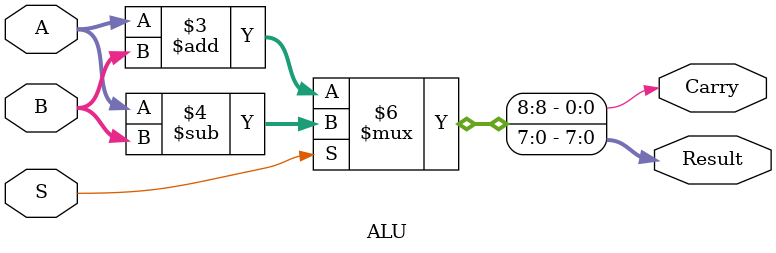
<source format=sv>
`timescale 1ns / 1ps
module ALU #(
parameter WIDTH = 8
) (
    input logic [WIDTH-1:0] A,
    input logic [WIDTH-1:0] B,
    input logic S,  // Selection: 0 for Add, 1 for Sub
    output logic [WIDTH-1:0] Result,
    output logic Carry
);
    always_comb begin
        if (S == 0) 
            {Carry, Result} = A + B;
        else 
            {Carry, Result} = A - B;
    end
endmodule

</source>
